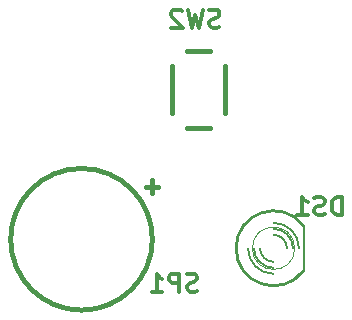
<source format=gbo>
G04 (created by PCBNEW (2013-07-07 BZR 4022)-stable) date 11/10/2014 7:57:12 PM*
%MOIN*%
G04 Gerber Fmt 3.4, Leading zero omitted, Abs format*
%FSLAX34Y34*%
G01*
G70*
G90*
G04 APERTURE LIST*
%ADD10C,0.00590551*%
%ADD11C,0.015*%
%ADD12C,0.008*%
%ADD13C,0.003*%
%ADD14C,0.01*%
%ADD15C,0.006*%
%ADD16C,0.012*%
G04 APERTURE END LIST*
G54D10*
G54D11*
X11806Y-12020D02*
X12594Y-12020D01*
X13086Y-12513D02*
X13086Y-14087D01*
X11806Y-14580D02*
X12495Y-14580D01*
X12495Y-14580D02*
X12594Y-14580D01*
X11314Y-12513D02*
X11314Y-14087D01*
X10859Y-16567D02*
X10465Y-16567D01*
X10662Y-16331D02*
X10662Y-16764D01*
X10662Y-18300D02*
G75*
G03X10662Y-18300I-2362J0D01*
G74*
G01*
G54D12*
X15720Y-17850D02*
X15720Y-19350D01*
G54D13*
X15407Y-18600D02*
G75*
G03X15407Y-18600I-707J0D01*
G74*
G01*
G54D14*
X15699Y-19350D02*
G75*
G02X15699Y-17849I-999J750D01*
G74*
G01*
G54D15*
X14700Y-19050D02*
G75*
G02X14250Y-18600I0J450D01*
G74*
G01*
X14700Y-18150D02*
G75*
G02X15150Y-18600I0J-450D01*
G74*
G01*
X14700Y-19250D02*
G75*
G02X14050Y-18600I0J650D01*
G74*
G01*
X14700Y-17950D02*
G75*
G02X15350Y-18600I0J-650D01*
G74*
G01*
X14700Y-19450D02*
G75*
G02X13850Y-18600I0J850D01*
G74*
G01*
X14700Y-17750D02*
G75*
G02X15550Y-18600I0J-850D01*
G74*
G01*
G54D16*
X12900Y-11214D02*
X12814Y-11242D01*
X12671Y-11242D01*
X12614Y-11214D01*
X12585Y-11185D01*
X12557Y-11128D01*
X12557Y-11071D01*
X12585Y-11014D01*
X12614Y-10985D01*
X12671Y-10957D01*
X12785Y-10928D01*
X12842Y-10900D01*
X12871Y-10871D01*
X12900Y-10814D01*
X12900Y-10757D01*
X12871Y-10700D01*
X12842Y-10671D01*
X12785Y-10642D01*
X12642Y-10642D01*
X12557Y-10671D01*
X12357Y-10642D02*
X12214Y-11242D01*
X12100Y-10814D01*
X11985Y-11242D01*
X11842Y-10642D01*
X11642Y-10700D02*
X11614Y-10671D01*
X11557Y-10642D01*
X11414Y-10642D01*
X11357Y-10671D01*
X11328Y-10700D01*
X11300Y-10757D01*
X11300Y-10814D01*
X11328Y-10900D01*
X11671Y-11242D01*
X11300Y-11242D01*
X12157Y-20014D02*
X12071Y-20042D01*
X11928Y-20042D01*
X11871Y-20014D01*
X11842Y-19985D01*
X11814Y-19928D01*
X11814Y-19871D01*
X11842Y-19814D01*
X11871Y-19785D01*
X11928Y-19757D01*
X12042Y-19728D01*
X12100Y-19700D01*
X12128Y-19671D01*
X12157Y-19614D01*
X12157Y-19557D01*
X12128Y-19500D01*
X12100Y-19471D01*
X12042Y-19442D01*
X11900Y-19442D01*
X11814Y-19471D01*
X11557Y-20042D02*
X11557Y-19442D01*
X11328Y-19442D01*
X11271Y-19471D01*
X11242Y-19500D01*
X11214Y-19557D01*
X11214Y-19642D01*
X11242Y-19700D01*
X11271Y-19728D01*
X11328Y-19757D01*
X11557Y-19757D01*
X10642Y-20042D02*
X10985Y-20042D01*
X10814Y-20042D02*
X10814Y-19442D01*
X10871Y-19528D01*
X10928Y-19585D01*
X10985Y-19614D01*
X16978Y-17492D02*
X16978Y-16892D01*
X16835Y-16892D01*
X16750Y-16921D01*
X16692Y-16978D01*
X16664Y-17035D01*
X16635Y-17150D01*
X16635Y-17235D01*
X16664Y-17350D01*
X16692Y-17407D01*
X16750Y-17464D01*
X16835Y-17492D01*
X16978Y-17492D01*
X16407Y-17464D02*
X16321Y-17492D01*
X16178Y-17492D01*
X16121Y-17464D01*
X16092Y-17435D01*
X16064Y-17378D01*
X16064Y-17321D01*
X16092Y-17264D01*
X16121Y-17235D01*
X16178Y-17207D01*
X16292Y-17178D01*
X16350Y-17150D01*
X16378Y-17121D01*
X16407Y-17064D01*
X16407Y-17007D01*
X16378Y-16950D01*
X16350Y-16921D01*
X16292Y-16892D01*
X16150Y-16892D01*
X16064Y-16921D01*
X15492Y-17492D02*
X15835Y-17492D01*
X15664Y-17492D02*
X15664Y-16892D01*
X15721Y-16978D01*
X15778Y-17035D01*
X15835Y-17064D01*
M02*

</source>
